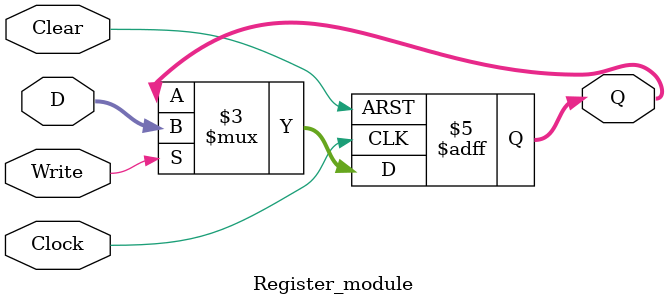
<source format=v>
`timescale 1ns / 1ps


module Register_module #(parameter n = 8) (
    input Clock, 
    input Clear, 
    input Write,
    input [n-1:0] D,
    output reg [n-1:0] Q
    );
    
always @ (posedge Clock or posedge Clear) begin    
    if (Clear ==1) begin
        Q <= {8{1'b0}};
    end else if (Write) begin
        Q <= D;
    end
end 
endmodule

</source>
